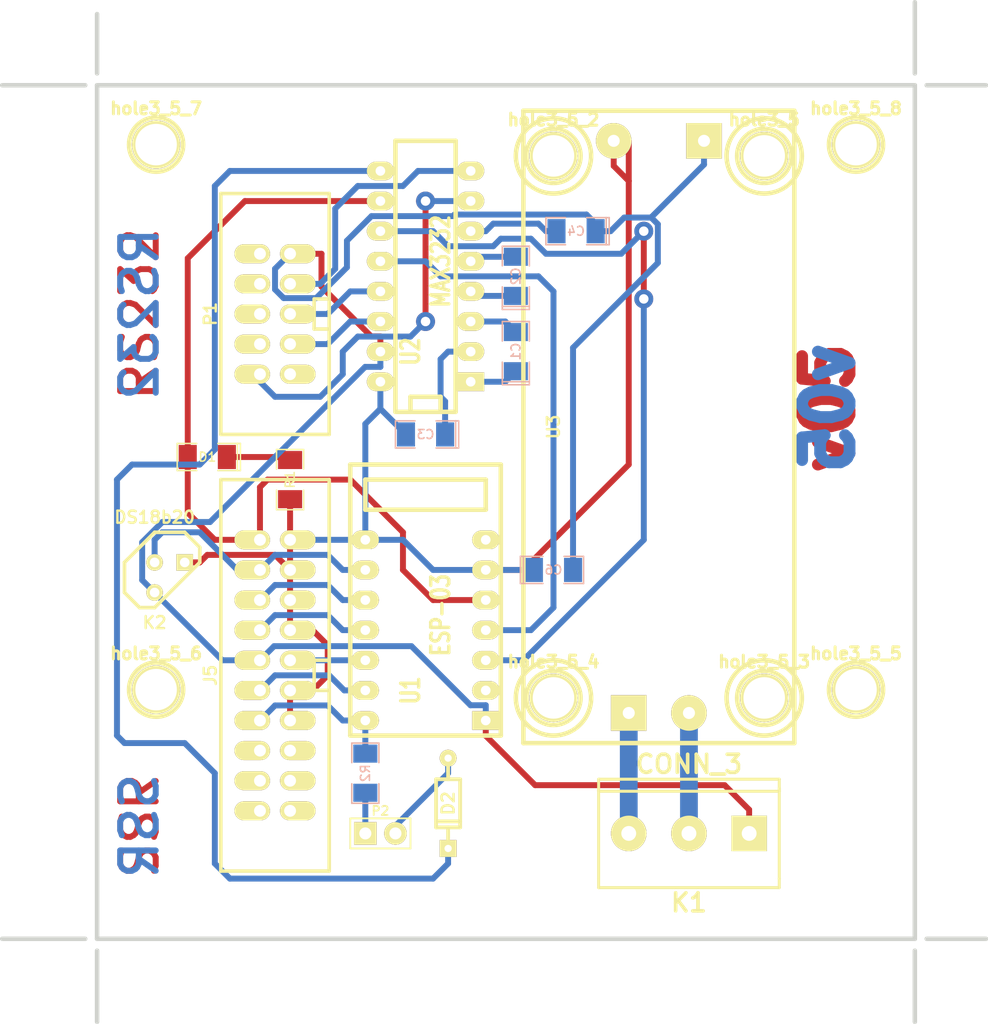
<source format=kicad_pcb>
(kicad_pcb (version 20171130) (host pcbnew "(5.1.12)-1")

  (general
    (thickness 1.6002)
    (drawings 34)
    (tracks 202)
    (zones 0)
    (modules 25)
    (nets 28)
  )

  (page A4)
  (title_block
    (title "SSR board")
    (rev 4)
  )

  (layers
    (0 Front signal)
    (31 Back signal)
    (32 B.Adhes user)
    (33 F.Adhes user hide)
    (34 B.Paste user)
    (35 F.Paste user)
    (36 B.SilkS user)
    (37 F.SilkS user)
    (38 B.Mask user)
    (39 F.Mask user)
    (40 Dwgs.User user)
    (41 Cmts.User user)
    (42 Eco1.User user)
    (43 Eco2.User user)
    (44 Edge.Cuts user)
  )

  (setup
    (last_trace_width 0.5)
    (trace_clearance 0.09906)
    (zone_clearance 0.9)
    (zone_45_only no)
    (trace_min 0.2032)
    (via_size 1.6)
    (via_drill 0.8)
    (via_min_size 0.889)
    (via_min_drill 0.508)
    (uvia_size 0.508)
    (uvia_drill 0.127)
    (uvias_allowed no)
    (uvia_min_size 0.508)
    (uvia_min_drill 0.127)
    (edge_width 0.381)
    (segment_width 0.381)
    (pcb_text_width 0.3048)
    (pcb_text_size 1.524 2.032)
    (mod_edge_width 0.381)
    (mod_text_size 1.524 1.524)
    (mod_text_width 0.3048)
    (pad_size 1.9 1.9)
    (pad_drill 1.016)
    (pad_to_mask_clearance 0.254)
    (aux_axis_origin 0 0)
    (visible_elements 7FFFFFFF)
    (pcbplotparams
      (layerselection 0x00030_ffffffff)
      (usegerberextensions false)
      (usegerberattributes true)
      (usegerberadvancedattributes true)
      (creategerberjobfile true)
      (excludeedgelayer false)
      (linewidth 0.150000)
      (plotframeref false)
      (viasonmask false)
      (mode 1)
      (useauxorigin false)
      (hpglpennumber 1)
      (hpglpenspeed 20)
      (hpglpendiameter 15.000000)
      (psnegative false)
      (psa4output false)
      (plotreference true)
      (plotvalue true)
      (plotinvisibletext false)
      (padsonsilk false)
      (subtractmaskfromsilk false)
      (outputformat 1)
      (mirror false)
      (drillshape 0)
      (scaleselection 1)
      (outputdirectory "plot/"))
  )

  (net 0 "")
  (net 1 +3.3V)
  (net 2 /BOOT)
  (net 3 /DSR)
  (net 4 /DTR)
  (net 5 /L)
  (net 6 /LED)
  (net 7 /N)
  (net 8 /RXD)
  (net 9 /SSR0)
  (net 10 /SSR1)
  (net 11 /SSR2)
  (net 12 /SSR3)
  (net 13 /SSR4)
  (net 14 /SSR5)
  (net 15 /TXD)
  (net 16 /URXD)
  (net 17 /UTXD)
  (net 18 GND)
  (net 19 N-0000026)
  (net 20 N-0000027)
  (net 21 N-0000036)
  (net 22 N-0000037)
  (net 23 N-0000038)
  (net 24 N-0000039)
  (net 25 N-000004)
  (net 26 N-0000040)
  (net 27 N-000006)

  (net_class Default "This is the default net class."
    (clearance 0.09906)
    (trace_width 0.5)
    (via_dia 1.6)
    (via_drill 0.8)
    (uvia_dia 0.508)
    (uvia_drill 0.127)
    (add_net +3.3V)
    (add_net /BOOT)
    (add_net /DSR)
    (add_net /DTR)
    (add_net /LED)
    (add_net /RXD)
    (add_net /SSR0)
    (add_net /SSR1)
    (add_net /SSR2)
    (add_net /SSR3)
    (add_net /SSR4)
    (add_net /SSR5)
    (add_net /TXD)
    (add_net /URXD)
    (add_net /UTXD)
    (add_net GND)
    (add_net N-0000026)
    (add_net N-0000027)
    (add_net N-0000036)
    (add_net N-0000037)
    (add_net N-0000038)
    (add_net N-0000039)
    (add_net N-000004)
    (add_net N-0000040)
    (add_net N-000006)
  )

  (net_class AC220V ""
    (clearance 2)
    (trace_width 1.5)
    (via_dia 1.5)
    (via_drill 0.7)
    (uvia_dia 0.508)
    (uvia_drill 0.127)
    (add_net /L)
    (add_net /N)
  )

  (net_class Power ""
    (clearance 0.09906)
    (trace_width 0.5)
    (via_dia 1.2)
    (via_drill 0.6)
    (uvia_dia 0.508)
    (uvia_drill 0.127)
  )

  (module SWITCHER_3V3_1A (layer Front) (tedit 54B50B80) (tstamp 5489A61F)
    (at 152.4 83.82 90)
    (descr "110/220V to 3.3V/1A SWITCHER")
    (tags SWITCHER)
    (path /54897A65)
    (fp_text reference U3 (at 0 -8.89 90) (layer F.SilkS)
      (effects (font (size 1.016 1.016) (thickness 0.2032)))
    )
    (fp_text value SWITCHER (at 0 8.89 90) (layer F.SilkS) hide
      (effects (font (size 1.016 1.016) (thickness 0.2032)))
    )
    (fp_line (start -26.67 11.43) (end -26.67 -11.43) (layer F.SilkS) (width 0.381))
    (fp_line (start 26.67 11.43) (end -26.67 11.43) (layer F.SilkS) (width 0.381))
    (fp_line (start 26.67 -11.43) (end 26.67 11.43) (layer F.SilkS) (width 0.381))
    (fp_line (start -26.67 -11.43) (end 26.67 -11.43) (layer F.SilkS) (width 0.381))
    (fp_circle (center -22.86 -8.89) (end -24.13 -10.16) (layer F.SilkS) (width 0.381))
    (fp_circle (center -22.86 8.89) (end -24.13 10.16) (layer F.SilkS) (width 0.381))
    (fp_circle (center 22.86 -8.89) (end 24.13 -10.16) (layer F.SilkS) (width 0.381))
    (fp_circle (center 22.86 8.89) (end 24.13 10.16) (layer F.SilkS) (width 0.381))
    (pad 1 thru_hole rect (at -24.13 -2.54 90) (size 3 3) (drill 1.016) (layers *.Cu *.Mask F.SilkS)
      (net 5 /L))
    (pad 2 thru_hole circle (at -24.13 2.54 90) (size 3 3) (drill 1.016) (layers *.Cu *.Mask F.SilkS)
      (net 7 /N))
    (pad 3 thru_hole circle (at 24.13 -3.81 90) (size 3 3) (drill 1.016) (layers *.Cu *.Mask F.SilkS)
      (net 1 +3.3V))
    (pad 4 thru_hole rect (at 24.13 3.81 90) (size 3 3) (drill 1.016) (layers *.Cu *.Mask F.SilkS)
      (net 18 GND))
  )

  (module PIN_ARRAY_2X1 (layer Front) (tedit 54B3A099) (tstamp 548981AE)
    (at 128.905 118.11)
    (descr "Connecteurs 2 pins")
    (tags "CONN DEV")
    (path /54883E70)
    (fp_text reference P2 (at 0 -1.905) (layer F.SilkS)
      (effects (font (size 0.762 0.762) (thickness 0.1524)))
    )
    (fp_text value FLASH (at 0 -1.905) (layer F.SilkS) hide
      (effects (font (size 0.762 0.762) (thickness 0.1524)))
    )
    (fp_line (start 2.54 1.27) (end -2.54 1.27) (layer F.SilkS) (width 0.1524))
    (fp_line (start 2.54 -1.27) (end 2.54 1.27) (layer F.SilkS) (width 0.1524))
    (fp_line (start -2.54 -1.27) (end 2.54 -1.27) (layer F.SilkS) (width 0.1524))
    (fp_line (start -2.54 1.27) (end -2.54 -1.27) (layer F.SilkS) (width 0.1524))
    (pad 1 thru_hole rect (at -1.27 0) (size 1.9 1.9) (drill 1.016) (layers *.Cu *.Mask F.SilkS)
      (net 27 N-000006))
    (pad 2 thru_hole circle (at 1.27 0) (size 1.9 1.9) (drill 1.016) (layers *.Cu *.Mask F.SilkS)
      (net 25 N-000004))
    (model pin_array/pins_array_2x1.wrl
      (at (xyz 0 0 0))
      (scale (xyz 1 1 1))
      (rotate (xyz 0 0 0))
    )
  )

  (module ESP03BB (layer Front) (tedit 548985C3) (tstamp 545560A6)
    (at 132.715 100.965 90)
    (descr ESP03BB)
    (tags ESP8266)
    (path /5484E80C)
    (fp_text reference U1 (at -5.08 -1.27 90) (layer F.SilkS)
      (effects (font (size 1.524 1.143) (thickness 0.3048)))
    )
    (fp_text value ESP-03 (at 1.27 1.27 90) (layer F.SilkS)
      (effects (font (size 1.524 1.143) (thickness 0.28575)))
    )
    (fp_line (start 12.7 -5.08) (end 10.16 -5.08) (layer F.SilkS) (width 0.381))
    (fp_line (start 12.7 5.08) (end 12.7 -5.08) (layer F.SilkS) (width 0.381))
    (fp_line (start 10.16 5.08) (end 12.7 5.08) (layer F.SilkS) (width 0.381))
    (fp_line (start 10.16 -5.08) (end 10.16 5.08) (layer F.SilkS) (width 0.381))
    (fp_line (start -8.89 6.35) (end -8.89 -6.35) (layer F.SilkS) (width 0.381))
    (fp_line (start 13.97 6.35) (end -8.89 6.35) (layer F.SilkS) (width 0.381))
    (fp_line (start 13.97 -6.35) (end 13.97 6.35) (layer F.SilkS) (width 0.381))
    (fp_line (start -8.89 -6.35) (end 13.97 -6.35) (layer F.SilkS) (width 0.381))
    (pad 1 thru_hole rect (at -7.62 5.08 90) (size 1.5748 2.286) (drill 0.8128) (layers *.Cu *.Mask F.SilkS)
      (net 18 GND))
    (pad 2 thru_hole oval (at -5.08 5.08 90) (size 1.5748 2.286) (drill 0.8128) (layers *.Cu *.Mask F.SilkS))
    (pad 3 thru_hole oval (at -2.54 5.08 90) (size 1.5748 2.286) (drill 0.8128) (layers *.Cu *.Mask F.SilkS)
      (net 17 /UTXD))
    (pad 4 thru_hole oval (at 0 5.08 90) (size 1.5748 2.286) (drill 0.8128) (layers *.Cu *.Mask F.SilkS)
      (net 16 /URXD))
    (pad 5 thru_hole oval (at 2.54 5.08 90) (size 1.5748 2.286) (drill 0.8128) (layers *.Cu *.Mask F.SilkS)
      (net 6 /LED))
    (pad 6 thru_hole oval (at 5.08 5.08 90) (size 1.5748 2.286) (drill 0.8128) (layers *.Cu *.Mask F.SilkS)
      (net 1 +3.3V))
    (pad 7 thru_hole oval (at 7.62 5.08 90) (size 1.5748 2.286) (drill 0.8128) (layers *.Cu *.Mask F.SilkS))
    (pad 8 thru_hole oval (at 7.62 -5.08 90) (size 1.5748 2.286) (drill 0.8128) (layers *.Cu *.Mask F.SilkS)
      (net 1 +3.3V))
    (pad 9 thru_hole oval (at 5.08 -5.08 90) (size 1.5748 2.286) (drill 0.8128) (layers *.Cu *.Mask F.SilkS)
      (net 14 /SSR5))
    (pad 10 thru_hole oval (at 2.54 -5.08 90) (size 1.5748 2.286) (drill 0.8128) (layers *.Cu *.Mask F.SilkS)
      (net 13 /SSR4))
    (pad 11 thru_hole oval (at 0 -5.08 90) (size 1.5748 2.286) (drill 0.8128) (layers *.Cu *.Mask F.SilkS)
      (net 12 /SSR3))
    (pad 12 thru_hole oval (at -2.54 -5.08 90) (size 1.5748 2.286) (drill 0.8128) (layers *.Cu *.Mask F.SilkS)
      (net 11 /SSR2))
    (pad 13 thru_hole oval (at -5.08 -5.08 90) (size 1.5748 2.286) (drill 0.8128) (layers *.Cu *.Mask F.SilkS)
      (net 10 /SSR1))
    (pad 14 thru_hole oval (at -7.62 -5.08 90) (size 1.5748 2.286) (drill 0.8128) (layers *.Cu *.Mask F.SilkS)
      (net 9 /SSR0))
  )

  (module conn_strip_10x2_largepads (layer Front) (tedit 5012A150) (tstamp 52500A47)
    (at 120.015 104.775 90)
    (descr "connector strip 10x2pin large pads")
    (tags "CONN DEV")
    (path /5250087C)
    (fp_text reference J5 (at 0 -5.461 90) (layer F.SilkS)
      (effects (font (size 1.016 1.016) (thickness 0.2032)))
    )
    (fp_text value CONN_10X2 (at 0 5.461 90) (layer F.SilkS) hide
      (effects (font (size 1.016 0.889) (thickness 0.2032)))
    )
    (fp_line (start -1.27 3.302) (end -1.27 4.572) (layer F.SilkS) (width 0.29972))
    (fp_line (start 1.27 3.302) (end -1.27 3.302) (layer F.SilkS) (width 0.29972))
    (fp_line (start 1.27 4.572) (end 1.27 3.302) (layer F.SilkS) (width 0.29972))
    (fp_line (start 16.51 -4.572) (end 16.51 4.572) (layer F.SilkS) (width 0.29972))
    (fp_line (start -16.51 -4.572) (end -16.51 4.572) (layer F.SilkS) (width 0.29972))
    (fp_line (start -16.51 -4.572) (end 16.51 -4.572) (layer F.SilkS) (width 0.3048))
    (fp_line (start 16.51 4.572) (end -16.51 4.572) (layer F.SilkS) (width 0.3048))
    (pad 1 thru_hole oval (at -11.43 1.27 90) (size 1.6002 2.99974) (drill 1.00076 (offset 0 0.65024)) (layers *.Cu *.Mask F.SilkS))
    (pad 2 thru_hole oval (at -11.43 -1.27 90) (size 1.6002 2.99974) (drill 1.00076 (offset 0 -0.65024)) (layers *.Cu *.Mask F.SilkS))
    (pad 3 thru_hole oval (at -8.89 1.27 90) (size 1.6002 2.99974) (drill 1.00076 (offset 0 0.65024)) (layers *.Cu *.Mask F.SilkS))
    (pad 4 thru_hole oval (at -8.89 -1.27 90) (size 1.6002 2.99974) (drill 1.00076 (offset 0 -0.65024)) (layers *.Cu *.Mask F.SilkS))
    (pad 5 thru_hole oval (at -6.35 1.27 90) (size 1.6002 2.99974) (drill 1.00076 (offset 0 0.65024)) (layers *.Cu *.Mask F.SilkS))
    (pad 6 thru_hole oval (at -6.35 -1.27 90) (size 1.6002 2.99974) (drill 1.00076 (offset 0 -0.65024)) (layers *.Cu *.Mask F.SilkS))
    (pad 7 thru_hole oval (at -3.81 1.27 90) (size 1.6002 2.99974) (drill 1.00076 (offset 0 0.65024)) (layers *.Cu *.Mask F.SilkS)
      (net 1 +3.3V))
    (pad 8 thru_hole oval (at -3.81 -1.27 90) (size 1.6002 2.99974) (drill 1.00076 (offset 0 -0.65024)) (layers *.Cu *.Mask F.SilkS)
      (net 9 /SSR0))
    (pad 9 thru_hole oval (at -1.27 1.27 90) (size 1.6002 2.99974) (drill 1.00076 (offset 0 0.65024)) (layers *.Cu *.Mask F.SilkS)
      (net 1 +3.3V))
    (pad 10 thru_hole oval (at -1.27 -1.27 90) (size 1.6002 2.99974) (drill 1.00076 (offset 0 -0.65024)) (layers *.Cu *.Mask F.SilkS)
      (net 10 /SSR1))
    (pad 11 thru_hole oval (at 1.27 1.27 90) (size 1.6002 2.99974) (drill 1.00076 (offset 0 0.65024)) (layers *.Cu *.Mask F.SilkS)
      (net 11 /SSR2))
    (pad 12 thru_hole oval (at 1.27 -1.27 90) (size 1.6002 2.99974) (drill 1.00076 (offset 0 -0.65024)) (layers *.Cu *.Mask F.SilkS)
      (net 18 GND))
    (pad 13 thru_hole oval (at 3.81 1.27 90) (size 1.6002 2.99974) (drill 1.00076 (offset 0 0.65024)) (layers *.Cu *.Mask F.SilkS)
      (net 1 +3.3V))
    (pad 14 thru_hole oval (at 3.81 -1.27 90) (size 1.6002 2.99974) (drill 1.00076 (offset 0 -0.65024)) (layers *.Cu *.Mask F.SilkS)
      (net 12 /SSR3))
    (pad 15 thru_hole oval (at 6.35 1.27 90) (size 1.6002 2.99974) (drill 1.00076 (offset 0 0.65024)) (layers *.Cu *.Mask F.SilkS)
      (net 1 +3.3V))
    (pad 16 thru_hole oval (at 6.35 -1.27 90) (size 1.6002 2.99974) (drill 1.00076 (offset 0 -0.65024)) (layers *.Cu *.Mask F.SilkS)
      (net 13 /SSR4))
    (pad 17 thru_hole oval (at 8.89 1.27 90) (size 1.6002 2.99974) (drill 1.00076 (offset 0 0.65024)) (layers *.Cu *.Mask F.SilkS)
      (net 1 +3.3V))
    (pad 18 thru_hole oval (at 8.89 -1.27 90) (size 1.6002 2.99974) (drill 1.00076 (offset 0 -0.65024)) (layers *.Cu *.Mask F.SilkS)
      (net 14 /SSR5))
    (pad 19 thru_hole oval (at 11.43 1.27 90) (size 1.6002 2.99974) (drill 1.00076 (offset 0 0.65024)) (layers *.Cu *.Mask F.SilkS)
      (net 1 +3.3V))
    (pad 20 thru_hole oval (at 11.43 -1.27 90) (size 1.6002 2.99974) (drill 1.00076 (offset 0 -0.65024)) (layers *.Cu *.Mask F.SilkS)
      (net 6 /LED))
    (model walter/conn_strip/vasch_strip_10x2.wrl
      (at (xyz 0 0 0))
      (scale (xyz 1 1 1))
      (rotate (xyz 0 0 0))
    )
  )

  (module SM1206 (layer Front) (tedit 4) (tstamp 5255C3D4)
    (at 121.285 88.265 270)
    (path /54550AC9)
    (attr smd)
    (fp_text reference R1 (at 0 0 270) (layer F.SilkS)
      (effects (font (size 0.762 0.762) (thickness 0.127)))
    )
    (fp_text value 390 (at 0 0 270) (layer F.SilkS) hide
      (effects (font (size 0.762 0.762) (thickness 0.127)))
    )
    (fp_line (start -0.889 -1.143) (end -2.54 -1.143) (layer F.SilkS) (width 0.127))
    (fp_line (start 2.54 1.143) (end 0.889 1.143) (layer F.SilkS) (width 0.127))
    (fp_line (start 2.54 -1.143) (end 2.54 1.143) (layer F.SilkS) (width 0.127))
    (fp_line (start 0.889 -1.143) (end 2.54 -1.143) (layer F.SilkS) (width 0.127))
    (fp_line (start -2.54 1.143) (end -0.889 1.143) (layer F.SilkS) (width 0.127))
    (fp_line (start -2.54 -1.143) (end -2.54 1.143) (layer F.SilkS) (width 0.127))
    (pad 1 smd rect (at -1.651 0 270) (size 1.524 2.032) (layers Front F.Paste F.Mask)
      (net 19 N-0000026))
    (pad 2 smd rect (at 1.651 0 270) (size 1.524 2.032) (layers Front F.Paste F.Mask)
      (net 1 +3.3V))
    (model smd/chip_cms.wrl
      (at (xyz 0 0 0))
      (scale (xyz 0.17 0.16 0.16))
      (rotate (xyz 0 0 0))
    )
  )

  (module SM1206POL (layer Front) (tedit 42806E4C) (tstamp 545560B5)
    (at 114.3 86.36 180)
    (path /54550AD0)
    (attr smd)
    (fp_text reference D1 (at 0 0 180) (layer F.SilkS)
      (effects (font (size 0.762 0.762) (thickness 0.127)))
    )
    (fp_text value LED_RED (at 0 0 180) (layer F.SilkS) hide
      (effects (font (size 0.762 0.762) (thickness 0.127)))
    )
    (fp_line (start -0.889 -1.143) (end -2.54 -1.143) (layer F.SilkS) (width 0.127))
    (fp_line (start 2.54 1.143) (end 0.889 1.143) (layer F.SilkS) (width 0.127))
    (fp_line (start 2.54 -1.143) (end 2.54 1.143) (layer F.SilkS) (width 0.127))
    (fp_line (start 0.889 -1.143) (end 2.54 -1.143) (layer F.SilkS) (width 0.127))
    (fp_line (start -2.54 1.143) (end -0.889 1.143) (layer F.SilkS) (width 0.127))
    (fp_line (start -2.54 -1.143) (end -2.54 1.143) (layer F.SilkS) (width 0.127))
    (fp_line (start -2.794 1.143) (end -2.54 1.143) (layer F.SilkS) (width 0.127))
    (fp_line (start -2.794 -1.143) (end -2.794 1.143) (layer F.SilkS) (width 0.127))
    (fp_line (start -2.54 -1.143) (end -2.794 -1.143) (layer F.SilkS) (width 0.127))
    (pad 1 smd rect (at -1.651 0 180) (size 1.524 2.032) (layers Front F.Paste F.Mask)
      (net 19 N-0000026))
    (pad 2 smd rect (at 1.651 0 180) (size 1.524 2.032) (layers Front F.Paste F.Mask)
      (net 6 /LED))
    (model smd/chip_cms_pol.wrl
      (at (xyz 0 0 0))
      (scale (xyz 0.17 0.16 0.16))
      (rotate (xyz 0 0 0))
    )
  )

  (module SM1206POL (layer Back) (tedit 42806E4C) (tstamp 545560C4)
    (at 140.335 77.47 90)
    (path /54557CC4)
    (attr smd)
    (fp_text reference C1 (at 0 0 90) (layer B.SilkS)
      (effects (font (size 0.762 0.762) (thickness 0.127)) (justify mirror))
    )
    (fp_text value 1uF (at 0 0 90) (layer B.SilkS) hide
      (effects (font (size 0.762 0.762) (thickness 0.127)) (justify mirror))
    )
    (fp_line (start -0.889 1.143) (end -2.54 1.143) (layer B.SilkS) (width 0.127))
    (fp_line (start 2.54 -1.143) (end 0.889 -1.143) (layer B.SilkS) (width 0.127))
    (fp_line (start 2.54 1.143) (end 2.54 -1.143) (layer B.SilkS) (width 0.127))
    (fp_line (start 0.889 1.143) (end 2.54 1.143) (layer B.SilkS) (width 0.127))
    (fp_line (start -2.54 -1.143) (end -0.889 -1.143) (layer B.SilkS) (width 0.127))
    (fp_line (start -2.54 1.143) (end -2.54 -1.143) (layer B.SilkS) (width 0.127))
    (fp_line (start -2.794 -1.143) (end -2.54 -1.143) (layer B.SilkS) (width 0.127))
    (fp_line (start -2.794 1.143) (end -2.794 -1.143) (layer B.SilkS) (width 0.127))
    (fp_line (start -2.54 1.143) (end -2.794 1.143) (layer B.SilkS) (width 0.127))
    (pad 1 smd rect (at -1.651 0 90) (size 1.524 2.032) (layers Back B.Paste B.Mask)
      (net 24 N-0000039))
    (pad 2 smd rect (at 1.651 0 90) (size 1.524 2.032) (layers Back B.Paste B.Mask)
      (net 26 N-0000040))
    (model smd/chip_cms_pol.wrl
      (at (xyz 0 0 0))
      (scale (xyz 0.17 0.16 0.16))
      (rotate (xyz 0 0 0))
    )
  )

  (module SM1206POL (layer Back) (tedit 42806E4C) (tstamp 545560D3)
    (at 140.335 71.12 90)
    (path /54557CD3)
    (attr smd)
    (fp_text reference C2 (at 0 0 90) (layer B.SilkS)
      (effects (font (size 0.762 0.762) (thickness 0.127)) (justify mirror))
    )
    (fp_text value 1uF (at 0 0 90) (layer B.SilkS) hide
      (effects (font (size 0.762 0.762) (thickness 0.127)) (justify mirror))
    )
    (fp_line (start -0.889 1.143) (end -2.54 1.143) (layer B.SilkS) (width 0.127))
    (fp_line (start 2.54 -1.143) (end 0.889 -1.143) (layer B.SilkS) (width 0.127))
    (fp_line (start 2.54 1.143) (end 2.54 -1.143) (layer B.SilkS) (width 0.127))
    (fp_line (start 0.889 1.143) (end 2.54 1.143) (layer B.SilkS) (width 0.127))
    (fp_line (start -2.54 -1.143) (end -0.889 -1.143) (layer B.SilkS) (width 0.127))
    (fp_line (start -2.54 1.143) (end -2.54 -1.143) (layer B.SilkS) (width 0.127))
    (fp_line (start -2.794 -1.143) (end -2.54 -1.143) (layer B.SilkS) (width 0.127))
    (fp_line (start -2.794 1.143) (end -2.794 -1.143) (layer B.SilkS) (width 0.127))
    (fp_line (start -2.54 1.143) (end -2.794 1.143) (layer B.SilkS) (width 0.127))
    (pad 1 smd rect (at -1.651 0 90) (size 1.524 2.032) (layers Back B.Paste B.Mask)
      (net 20 N-0000027))
    (pad 2 smd rect (at 1.651 0 90) (size 1.524 2.032) (layers Back B.Paste B.Mask)
      (net 21 N-0000036))
    (model smd/chip_cms_pol.wrl
      (at (xyz 0 0 0))
      (scale (xyz 0.17 0.16 0.16))
      (rotate (xyz 0 0 0))
    )
  )

  (module SM1206POL (layer Back) (tedit 42806E4C) (tstamp 54556000)
    (at 132.715 84.455 180)
    (path /54557ECF)
    (attr smd)
    (fp_text reference C3 (at 0 0 180) (layer B.SilkS)
      (effects (font (size 0.762 0.762) (thickness 0.127)) (justify mirror))
    )
    (fp_text value 1uF (at 0 0 180) (layer B.SilkS) hide
      (effects (font (size 0.762 0.762) (thickness 0.127)) (justify mirror))
    )
    (fp_line (start -0.889 1.143) (end -2.54 1.143) (layer B.SilkS) (width 0.127))
    (fp_line (start 2.54 -1.143) (end 0.889 -1.143) (layer B.SilkS) (width 0.127))
    (fp_line (start 2.54 1.143) (end 2.54 -1.143) (layer B.SilkS) (width 0.127))
    (fp_line (start 0.889 1.143) (end 2.54 1.143) (layer B.SilkS) (width 0.127))
    (fp_line (start -2.54 -1.143) (end -0.889 -1.143) (layer B.SilkS) (width 0.127))
    (fp_line (start -2.54 1.143) (end -2.54 -1.143) (layer B.SilkS) (width 0.127))
    (fp_line (start -2.794 -1.143) (end -2.54 -1.143) (layer B.SilkS) (width 0.127))
    (fp_line (start -2.794 1.143) (end -2.794 -1.143) (layer B.SilkS) (width 0.127))
    (fp_line (start -2.54 1.143) (end -2.794 1.143) (layer B.SilkS) (width 0.127))
    (pad 1 smd rect (at -1.651 0 180) (size 1.524 2.032) (layers Back B.Paste B.Mask)
      (net 22 N-0000037))
    (pad 2 smd rect (at 1.651 0 180) (size 1.524 2.032) (layers Back B.Paste B.Mask)
      (net 1 +3.3V))
    (model smd/chip_cms_pol.wrl
      (at (xyz 0 0 0))
      (scale (xyz 0.17 0.16 0.16))
      (rotate (xyz 0 0 0))
    )
  )

  (module SM1206POL (layer Back) (tedit 42806E4C) (tstamp 54B56A4D)
    (at 145.415 67.31 180)
    (path /54557EE8)
    (attr smd)
    (fp_text reference C4 (at 0 0 180) (layer B.SilkS)
      (effects (font (size 0.762 0.762) (thickness 0.127)) (justify mirror))
    )
    (fp_text value 1uF (at 0 0 180) (layer B.SilkS) hide
      (effects (font (size 0.762 0.762) (thickness 0.127)) (justify mirror))
    )
    (fp_line (start -0.889 1.143) (end -2.54 1.143) (layer B.SilkS) (width 0.127))
    (fp_line (start 2.54 -1.143) (end 0.889 -1.143) (layer B.SilkS) (width 0.127))
    (fp_line (start 2.54 1.143) (end 2.54 -1.143) (layer B.SilkS) (width 0.127))
    (fp_line (start 0.889 1.143) (end 2.54 1.143) (layer B.SilkS) (width 0.127))
    (fp_line (start -2.54 -1.143) (end -0.889 -1.143) (layer B.SilkS) (width 0.127))
    (fp_line (start -2.54 1.143) (end -2.54 -1.143) (layer B.SilkS) (width 0.127))
    (fp_line (start -2.794 -1.143) (end -2.54 -1.143) (layer B.SilkS) (width 0.127))
    (fp_line (start -2.794 1.143) (end -2.794 -1.143) (layer B.SilkS) (width 0.127))
    (fp_line (start -2.54 1.143) (end -2.794 1.143) (layer B.SilkS) (width 0.127))
    (pad 1 smd rect (at -1.651 0 180) (size 1.524 2.032) (layers Back B.Paste B.Mask)
      (net 18 GND))
    (pad 2 smd rect (at 1.651 0 180) (size 1.524 2.032) (layers Back B.Paste B.Mask)
      (net 23 N-0000038))
    (model smd/chip_cms_pol.wrl
      (at (xyz 0 0 0))
      (scale (xyz 0.17 0.16 0.16))
      (rotate (xyz 0 0 0))
    )
  )

  (module SM1206POL (layer Back) (tedit 42806E4C) (tstamp 5455610F)
    (at 143.51 95.885)
    (path /5455F63C)
    (attr smd)
    (fp_text reference C6 (at 0 0) (layer B.SilkS)
      (effects (font (size 0.762 0.762) (thickness 0.127)) (justify mirror))
    )
    (fp_text value 1uF (at 0 0) (layer B.SilkS) hide
      (effects (font (size 0.762 0.762) (thickness 0.127)) (justify mirror))
    )
    (fp_line (start -0.889 1.143) (end -2.54 1.143) (layer B.SilkS) (width 0.127))
    (fp_line (start 2.54 -1.143) (end 0.889 -1.143) (layer B.SilkS) (width 0.127))
    (fp_line (start 2.54 1.143) (end 2.54 -1.143) (layer B.SilkS) (width 0.127))
    (fp_line (start 0.889 1.143) (end 2.54 1.143) (layer B.SilkS) (width 0.127))
    (fp_line (start -2.54 -1.143) (end -0.889 -1.143) (layer B.SilkS) (width 0.127))
    (fp_line (start -2.54 1.143) (end -2.54 -1.143) (layer B.SilkS) (width 0.127))
    (fp_line (start -2.794 -1.143) (end -2.54 -1.143) (layer B.SilkS) (width 0.127))
    (fp_line (start -2.794 1.143) (end -2.794 -1.143) (layer B.SilkS) (width 0.127))
    (fp_line (start -2.54 1.143) (end -2.794 1.143) (layer B.SilkS) (width 0.127))
    (pad 1 smd rect (at -1.651 0) (size 1.524 2.032) (layers Back B.Paste B.Mask)
      (net 1 +3.3V))
    (pad 2 smd rect (at 1.651 0) (size 1.524 2.032) (layers Back B.Paste B.Mask)
      (net 18 GND))
    (model smd/chip_cms_pol.wrl
      (at (xyz 0 0 0))
      (scale (xyz 0.17 0.16 0.16))
      (rotate (xyz 0 0 0))
    )
  )

  (module SM1206 (layer Back) (tedit 4) (tstamp 5455611B)
    (at 127.635 113.03 270)
    (path /548842C2)
    (attr smd)
    (fp_text reference R2 (at 0 0 270) (layer B.SilkS)
      (effects (font (size 0.762 0.762) (thickness 0.127)) (justify mirror))
    )
    (fp_text value 47 (at 0 0 270) (layer B.SilkS) hide
      (effects (font (size 0.762 0.762) (thickness 0.127)) (justify mirror))
    )
    (fp_line (start -0.889 1.143) (end -2.54 1.143) (layer B.SilkS) (width 0.127))
    (fp_line (start 2.54 -1.143) (end 0.889 -1.143) (layer B.SilkS) (width 0.127))
    (fp_line (start 2.54 1.143) (end 2.54 -1.143) (layer B.SilkS) (width 0.127))
    (fp_line (start 0.889 1.143) (end 2.54 1.143) (layer B.SilkS) (width 0.127))
    (fp_line (start -2.54 -1.143) (end -0.889 -1.143) (layer B.SilkS) (width 0.127))
    (fp_line (start -2.54 1.143) (end -2.54 -1.143) (layer B.SilkS) (width 0.127))
    (pad 1 smd rect (at -1.651 0 270) (size 1.524 2.032) (layers Back B.Paste B.Mask)
      (net 9 /SSR0))
    (pad 2 smd rect (at 1.651 0 270) (size 1.524 2.032) (layers Back B.Paste B.Mask)
      (net 27 N-000006))
    (model smd/chip_cms.wrl
      (at (xyz 0 0 0))
      (scale (xyz 0.17 0.16 0.16))
      (rotate (xyz 0 0 0))
    )
  )

  (module DIP-16__300_ELL (layer Front) (tedit 200000) (tstamp 54556194)
    (at 132.715 71.12 90)
    (descr "16 pins DIL package, elliptical pads")
    (tags DIL)
    (path /545553F2)
    (fp_text reference U2 (at -6.35 -1.27 90) (layer F.SilkS)
      (effects (font (size 1.524 1.143) (thickness 0.3048)))
    )
    (fp_text value MAX3232 (at 1.27 1.27 90) (layer F.SilkS)
      (effects (font (size 1.524 1.143) (thickness 0.3048)))
    )
    (fp_line (start -11.43 2.54) (end -11.43 -2.54) (layer F.SilkS) (width 0.381))
    (fp_line (start 11.43 2.54) (end -11.43 2.54) (layer F.SilkS) (width 0.381))
    (fp_line (start 11.43 -2.54) (end 11.43 2.54) (layer F.SilkS) (width 0.381))
    (fp_line (start -11.43 -2.54) (end 11.43 -2.54) (layer F.SilkS) (width 0.381))
    (fp_line (start -10.16 1.27) (end -11.43 1.27) (layer F.SilkS) (width 0.381))
    (fp_line (start -10.16 -1.27) (end -10.16 1.27) (layer F.SilkS) (width 0.381))
    (fp_line (start -11.43 -1.27) (end -10.16 -1.27) (layer F.SilkS) (width 0.381))
    (fp_line (start -11.43 -1.27) (end -11.43 -1.27) (layer F.SilkS) (width 0.381))
    (pad 1 thru_hole rect (at -8.89 3.81 90) (size 1.5748 2.286) (drill 0.8128) (layers *.Cu *.Mask F.SilkS)
      (net 24 N-0000039))
    (pad 2 thru_hole oval (at -6.35 3.81 90) (size 1.5748 2.286) (drill 0.8128) (layers *.Cu *.Mask F.SilkS)
      (net 22 N-0000037))
    (pad 3 thru_hole oval (at -3.81 3.81 90) (size 1.5748 2.286) (drill 0.8128) (layers *.Cu *.Mask F.SilkS)
      (net 26 N-0000040))
    (pad 4 thru_hole oval (at -1.27 3.81 90) (size 1.5748 2.286) (drill 0.8128) (layers *.Cu *.Mask F.SilkS)
      (net 20 N-0000027))
    (pad 5 thru_hole oval (at 1.27 3.81 90) (size 1.5748 2.286) (drill 0.8128) (layers *.Cu *.Mask F.SilkS)
      (net 21 N-0000036))
    (pad 6 thru_hole oval (at 3.81 3.81 90) (size 1.5748 2.286) (drill 0.8128) (layers *.Cu *.Mask F.SilkS)
      (net 23 N-0000038))
    (pad 7 thru_hole oval (at 6.35 3.81 90) (size 1.5748 2.286) (drill 0.8128) (layers *.Cu *.Mask F.SilkS)
      (net 3 /DSR))
    (pad 8 thru_hole oval (at 8.89 3.81 90) (size 1.5748 2.286) (drill 0.8128) (layers *.Cu *.Mask F.SilkS)
      (net 4 /DTR))
    (pad 9 thru_hole oval (at 8.89 -3.81 90) (size 1.5748 2.286) (drill 0.8128) (layers *.Cu *.Mask F.SilkS)
      (net 2 /BOOT))
    (pad 10 thru_hole oval (at 6.35 -3.81 90) (size 1.5748 2.286) (drill 0.8128) (layers *.Cu *.Mask F.SilkS)
      (net 6 /LED))
    (pad 11 thru_hole oval (at 3.81 -3.81 90) (size 1.5748 2.286) (drill 0.8128) (layers *.Cu *.Mask F.SilkS)
      (net 17 /UTXD))
    (pad 12 thru_hole oval (at 1.27 -3.81 90) (size 1.5748 2.286) (drill 0.8128) (layers *.Cu *.Mask F.SilkS)
      (net 16 /URXD))
    (pad 13 thru_hole oval (at -1.27 -3.81 90) (size 1.5748 2.286) (drill 0.8128) (layers *.Cu *.Mask F.SilkS)
      (net 15 /TXD))
    (pad 14 thru_hole oval (at -3.81 -3.81 90) (size 1.5748 2.286) (drill 0.8128) (layers *.Cu *.Mask F.SilkS)
      (net 8 /RXD))
    (pad 15 thru_hole oval (at -6.35 -3.81 90) (size 1.5748 2.286) (drill 0.8128) (layers *.Cu *.Mask F.SilkS)
      (net 18 GND))
    (pad 16 thru_hole oval (at -8.89 -3.81 90) (size 1.5748 2.286) (drill 0.8128) (layers *.Cu *.Mask F.SilkS)
      (net 1 +3.3V))
    (model dil/dil_16.wrl
      (at (xyz 0 0 0))
      (scale (xyz 1 1 1))
      (rotate (xyz 0 0 0))
    )
  )

  (module DO-35 (layer Front) (tedit 4C5F69DC) (tstamp 548981BB)
    (at 134.62 115.57 270)
    (descr "Diode 3 pas")
    (tags "DIODE DEV")
    (path /5484FED6)
    (fp_text reference D2 (at 0 0 270) (layer F.SilkS)
      (effects (font (size 1.016 1.016) (thickness 0.2032)))
    )
    (fp_text value DIODESCH (at 0 0 270) (layer F.SilkS) hide
      (effects (font (size 1.016 1.016) (thickness 0.2032)))
    )
    (fp_line (start 2.032 -1.016) (end -2.032 -1.016) (layer F.SilkS) (width 0.3175))
    (fp_line (start 2.032 1.016) (end 2.032 -1.016) (layer F.SilkS) (width 0.3175))
    (fp_line (start -2.032 1.016) (end 2.032 1.016) (layer F.SilkS) (width 0.3175))
    (fp_line (start -2.032 -1.016) (end -2.032 1.016) (layer F.SilkS) (width 0.3175))
    (fp_line (start 1.524 -1.016) (end 1.524 1.016) (layer F.SilkS) (width 0.3175))
    (fp_line (start -2.032 0) (end -3.81 0) (layer F.SilkS) (width 0.3175))
    (fp_line (start 2.032 0) (end 3.81 0) (layer F.SilkS) (width 0.3175))
    (pad 2 thru_hole rect (at 3.81 0 270) (size 1.4224 1.4224) (drill 0.6096) (layers *.Cu *.Mask F.SilkS)
      (net 2 /BOOT))
    (pad 1 thru_hole circle (at -3.81 0 270) (size 1.4224 1.4224) (drill 0.6096) (layers *.Cu *.Mask F.SilkS)
      (net 25 N-000004))
    (model discret/diode.wrl
      (at (xyz 0 0 0))
      (scale (xyz 0.3 0.3 0.3))
      (rotate (xyz 0 0 0))
    )
  )

  (module conn_strip_5x2_largepads (layer Front) (tedit 5012A01F) (tstamp 545568AF)
    (at 120.015 74.295 90)
    (descr "connector strip 5x2pin large pads")
    (tags "CONN DEV")
    (path /54884EC2)
    (fp_text reference P1 (at 0 -5.461 90) (layer F.SilkS)
      (effects (font (size 1.016 1.016) (thickness 0.2032)))
    )
    (fp_text value CONN_5X2 (at 0 5.461 90) (layer F.SilkS) hide
      (effects (font (size 1.016 0.889) (thickness 0.2032)))
    )
    (fp_line (start -1.27 3.302) (end -1.27 4.572) (layer F.SilkS) (width 0.29972))
    (fp_line (start 1.27 3.302) (end -1.27 3.302) (layer F.SilkS) (width 0.29972))
    (fp_line (start 1.27 4.572) (end 1.27 3.302) (layer F.SilkS) (width 0.29972))
    (fp_line (start -10.16 4.572) (end 10.16 4.572) (layer F.SilkS) (width 0.29972))
    (fp_line (start 10.16 -4.572) (end 10.16 4.572) (layer F.SilkS) (width 0.29972))
    (fp_line (start 10.16 -4.572) (end -10.16 -4.572) (layer F.SilkS) (width 0.29972))
    (fp_line (start -10.16 -4.572) (end -10.16 4.572) (layer F.SilkS) (width 0.29972))
    (pad 1 thru_hole oval (at -5.08 1.27 90) (size 1.6002 2.99974) (drill 1.00076 (offset 0 0.65024)) (layers *.Cu *.Mask F.SilkS))
    (pad 2 thru_hole oval (at -5.08 -1.27 90) (size 1.6002 2.99974) (drill 1.00076 (offset 0 -0.65024)) (layers *.Cu *.Mask F.SilkS)
      (net 3 /DSR))
    (pad 3 thru_hole oval (at -2.54 1.27 90) (size 1.6002 2.99974) (drill 1.00076 (offset 0 0.65024)) (layers *.Cu *.Mask F.SilkS)
      (net 8 /RXD))
    (pad 4 thru_hole oval (at -2.54 -1.27 90) (size 1.6002 2.99974) (drill 1.00076 (offset 0 -0.65024)) (layers *.Cu *.Mask F.SilkS))
    (pad 5 thru_hole oval (at 0 1.27 90) (size 1.6002 2.99974) (drill 1.00076 (offset 0 0.65024)) (layers *.Cu *.Mask F.SilkS)
      (net 15 /TXD))
    (pad 6 thru_hole oval (at 0 -1.27 90) (size 1.6002 2.99974) (drill 1.00076 (offset 0 -0.65024)) (layers *.Cu *.Mask F.SilkS))
    (pad 7 thru_hole oval (at 2.54 1.27 90) (size 1.6002 2.99974) (drill 1.00076 (offset 0 0.65024)) (layers *.Cu *.Mask F.SilkS)
      (net 4 /DTR))
    (pad 8 thru_hole oval (at 2.54 -1.27 90) (size 1.6002 2.99974) (drill 1.00076 (offset 0 -0.65024)) (layers *.Cu *.Mask F.SilkS))
    (pad 9 thru_hole oval (at 5.08 1.27 90) (size 1.6002 2.99974) (drill 1.00076 (offset 0 0.65024)) (layers *.Cu *.Mask F.SilkS)
      (net 18 GND))
    (pad 10 thru_hole oval (at 5.08 -1.27 90) (size 1.6002 2.99974) (drill 1.00076 (offset 0 -0.65024)) (layers *.Cu *.Mask F.SilkS))
    (model walter/conn_strip/vasch_strip_5x2.wrl
      (at (xyz 0 0 0))
      (scale (xyz 1 1 1))
      (rotate (xyz 0 0 0))
    )
  )

  (module hole3_5 (layer Front) (tedit 52565D5C) (tstamp 5489AB88)
    (at 169.037 60.0075)
    (descr hole)
    (tags DEV)
    (path 1pin)
    (fp_text reference hole3_5_8 (at 0 -3.048) (layer F.SilkS)
      (effects (font (size 1.016 1.016) (thickness 0.254)))
    )
    (fp_text value 3.5mm (at 0 2.794) (layer F.SilkS) hide
      (effects (font (size 1.016 1.016) (thickness 0.254)))
    )
    (fp_circle (center 0 0) (end 0 -2.286) (layer F.SilkS) (width 0.381))
    (pad 1 thru_hole circle (at 0 0) (size 4.064 4.064) (drill 3.50012) (layers *.Cu *.Mask F.SilkS))
  )

  (module hole3_5 (layer Front) (tedit 52565D5C) (tstamp 5489ABE3)
    (at 109.982 60.0075)
    (descr hole)
    (tags DEV)
    (path 1pin)
    (fp_text reference hole3_5_7 (at 0 -3.048) (layer F.SilkS)
      (effects (font (size 1.016 1.016) (thickness 0.254)))
    )
    (fp_text value 3.5mm (at 0 2.794) (layer F.SilkS) hide
      (effects (font (size 1.016 1.016) (thickness 0.254)))
    )
    (fp_circle (center 0 0) (end 0 -2.286) (layer F.SilkS) (width 0.381))
    (pad 1 thru_hole circle (at 0 0) (size 4.064 4.064) (drill 3.50012) (layers *.Cu *.Mask F.SilkS))
  )

  (module hole3_5 (layer Front) (tedit 52565D5C) (tstamp 5489ABEE)
    (at 109.982 105.982)
    (descr hole)
    (tags DEV)
    (path 1pin)
    (fp_text reference hole3_5_6 (at 0 -3.048) (layer F.SilkS)
      (effects (font (size 1.016 1.016) (thickness 0.254)))
    )
    (fp_text value 3.5mm (at 0 2.794) (layer F.SilkS) hide
      (effects (font (size 1.016 1.016) (thickness 0.254)))
    )
    (fp_circle (center 0 0) (end 0 -2.286) (layer F.SilkS) (width 0.381))
    (pad 1 thru_hole circle (at 0 0) (size 4.064 4.064) (drill 3.50012) (layers *.Cu *.Mask F.SilkS))
  )

  (module hole3_5 (layer Front) (tedit 52565D5C) (tstamp 5489ABFB)
    (at 169.037 105.982)
    (descr hole)
    (tags DEV)
    (path 1pin)
    (fp_text reference hole3_5_5 (at 0 -3.048) (layer F.SilkS)
      (effects (font (size 1.016 1.016) (thickness 0.254)))
    )
    (fp_text value 3.5mm (at 0 2.794) (layer F.SilkS) hide
      (effects (font (size 1.016 1.016) (thickness 0.254)))
    )
    (fp_circle (center 0 0) (end 0 -2.286) (layer F.SilkS) (width 0.381))
    (pad 1 thru_hole circle (at 0 0) (size 4.064 4.064) (drill 3.50012) (layers *.Cu *.Mask F.SilkS))
  )

  (module mors_3p (layer Front) (tedit 4B90D9A1) (tstamp 548ECA8A)
    (at 154.94 118.11 180)
    (descr "Terminal block 3 pins")
    (tags DEV)
    (path /548EC9B5)
    (fp_text reference K1 (at 0 -5.842 180) (layer F.SilkS)
      (effects (font (size 1.524 1.524) (thickness 0.3048)))
    )
    (fp_text value CONN_3 (at 0 5.842 180) (layer F.SilkS)
      (effects (font (size 1.524 1.524) (thickness 0.3048)))
    )
    (fp_line (start 7.62 3.81) (end 7.62 -3.81) (layer F.SilkS) (width 0.254))
    (fp_line (start -7.62 3.81) (end -7.62 -3.81) (layer F.SilkS) (width 0.254))
    (fp_line (start 7.62 -4.572) (end 7.62 -3.81) (layer F.SilkS) (width 0.254))
    (fp_line (start -7.62 -4.572) (end 7.62 -4.572) (layer F.SilkS) (width 0.254))
    (fp_line (start -7.62 -4.572) (end -7.62 -3.81) (layer F.SilkS) (width 0.254))
    (fp_line (start 7.62 4.572) (end -7.62 4.572) (layer F.SilkS) (width 0.254))
    (fp_line (start 7.62 3.556) (end 7.62 4.572) (layer F.SilkS) (width 0.254))
    (fp_line (start -7.62 3.556) (end 7.62 3.556) (layer F.SilkS) (width 0.254))
    (fp_line (start -7.62 4.572) (end -7.62 3.556) (layer F.SilkS) (width 0.254))
    (pad 1 thru_hole rect (at -5.08 0 180) (size 2.99974 2.99974) (drill 1.24968) (layers *.Cu *.Mask F.SilkS)
      (net 18 GND))
    (pad 2 thru_hole circle (at 0 0 180) (size 2.99974 2.99974) (drill 1.24968) (layers *.Cu *.Mask F.SilkS)
      (net 7 /N))
    (pad 3 thru_hole circle (at 5.08 0 180) (size 2.99974 2.99974) (drill 1.24968) (layers *.Cu *.Mask F.SilkS)
      (net 5 /L))
    (model walter/conn_screw/mors_3p.wrl
      (at (xyz 0 0 0))
      (scale (xyz 1 1 1))
      (rotate (xyz 0 0 0))
    )
  )

  (module hole3_5 (layer Front) (tedit 5489ADBD) (tstamp 5489AC11)
    (at 143.51 106.68)
    (descr hole)
    (tags DEV)
    (path 1pin)
    (fp_text reference hole3_5_4 (at 0 -3.048) (layer F.SilkS)
      (effects (font (size 1.016 1.016) (thickness 0.254)))
    )
    (fp_text value 3.5mm (at 0 2.794) (layer F.SilkS) hide
      (effects (font (size 1.016 1.016) (thickness 0.254)))
    )
    (fp_circle (center 0 0) (end 0 -2.286) (layer F.SilkS) (width 0.381))
    (fp_circle (center 0 0) (end 3.175 0) (layer F.SilkS) (width 0.381))
    (pad 1 thru_hole circle (at 0 0) (size 4.064 4.064) (drill 3.50012) (layers *.Cu *.Mask F.SilkS))
  )

  (module hole3_5 (layer Front) (tedit 5489ADBD) (tstamp 5489AC06)
    (at 161.29 106.68)
    (descr hole)
    (tags DEV)
    (path 1pin)
    (fp_text reference hole3_5_3 (at 0 -3.048) (layer F.SilkS)
      (effects (font (size 1.016 1.016) (thickness 0.254)))
    )
    (fp_text value 3.5mm (at 0 2.794) (layer F.SilkS) hide
      (effects (font (size 1.016 1.016) (thickness 0.254)))
    )
    (fp_circle (center 0 0) (end 0 -2.286) (layer F.SilkS) (width 0.381))
    (fp_circle (center 0 0) (end 3.175 0) (layer F.SilkS) (width 0.381))
    (pad 1 thru_hole circle (at 0 0) (size 4.064 4.064) (drill 3.50012) (layers *.Cu *.Mask F.SilkS))
  )

  (module hole3_5 (layer Front) (tedit 5489ADBD) (tstamp 54B569CB)
    (at 143.51 60.96)
    (descr hole)
    (tags DEV)
    (path 1pin)
    (fp_text reference hole3_5_2 (at 0 -3.048) (layer F.SilkS)
      (effects (font (size 1.016 1.016) (thickness 0.254)))
    )
    (fp_text value 3.5mm (at 0 2.794) (layer F.SilkS) hide
      (effects (font (size 1.016 1.016) (thickness 0.254)))
    )
    (fp_circle (center 0 0) (end 0 -2.286) (layer F.SilkS) (width 0.381))
    (fp_circle (center 0 0) (end 3.175 0) (layer F.SilkS) (width 0.381))
    (pad 1 thru_hole circle (at 0 0) (size 4.064 4.064) (drill 3.50012) (layers *.Cu *.Mask F.SilkS))
  )

  (module hole3_5 (layer Front) (tedit 5489ADBD) (tstamp 5489AC27)
    (at 161.29 60.96)
    (descr hole)
    (tags DEV)
    (path 1pin)
    (fp_text reference hole3_5 (at 0 -3.048) (layer F.SilkS)
      (effects (font (size 1.016 1.016) (thickness 0.254)))
    )
    (fp_text value 3.5mm (at 0 2.794) (layer F.SilkS) hide
      (effects (font (size 1.016 1.016) (thickness 0.254)))
    )
    (fp_circle (center 0 0) (end 0 -2.286) (layer F.SilkS) (width 0.381))
    (fp_circle (center 0 0) (end 3.175 0) (layer F.SilkS) (width 0.381))
    (pad 1 thru_hole circle (at 0 0) (size 4.064 4.064) (drill 3.50012) (layers *.Cu *.Mask F.SilkS))
  )

  (module TO92-123 (layer Front) (tedit 4C5F51CE) (tstamp 54B51015)
    (at 111.125 96.52)
    (descr "Transistor TO92 brochage type BC237")
    (tags "TR TO92")
    (path /54B50F90)
    (fp_text reference K2 (at -1.27 3.81) (layer F.SilkS)
      (effects (font (size 1.016 1.016) (thickness 0.2032)))
    )
    (fp_text value DS18b20 (at -1.27 -5.08) (layer F.SilkS)
      (effects (font (size 1.016 1.016) (thickness 0.2032)))
    )
    (fp_line (start -2.54 2.54) (end -1.27 2.54) (layer F.SilkS) (width 0.3048))
    (fp_line (start -3.81 1.27) (end -2.54 2.54) (layer F.SilkS) (width 0.3048))
    (fp_line (start -3.81 -1.27) (end -3.81 1.27) (layer F.SilkS) (width 0.3048))
    (fp_line (start -1.27 -3.81) (end -3.81 -1.27) (layer F.SilkS) (width 0.3048))
    (fp_line (start 1.27 -3.81) (end -1.27 -3.81) (layer F.SilkS) (width 0.3048))
    (fp_line (start 2.54 -2.54) (end 1.27 -3.81) (layer F.SilkS) (width 0.3048))
    (fp_line (start 2.54 -1.27) (end 2.54 -2.54) (layer F.SilkS) (width 0.3048))
    (fp_line (start -1.27 2.54) (end 2.54 -1.27) (layer F.SilkS) (width 0.3048))
    (pad 3 thru_hole rect (at 1.27 -1.27) (size 1.397 1.397) (drill 0.8128) (layers *.Cu *.Mask F.SilkS)
      (net 1 +3.3V))
    (pad 2 thru_hole circle (at -1.27 -1.27) (size 1.397 1.397) (drill 0.8128) (layers *.Cu *.Mask F.SilkS)
      (net 14 /SSR5))
    (pad 1 thru_hole circle (at -1.27 1.27) (size 1.397 1.397) (drill 0.8128) (layers *.Cu *.Mask F.SilkS)
      (net 18 GND))
    (model discret/to98.wrl
      (at (xyz 0 0 0))
      (scale (xyz 1 1 1))
      (rotate (xyz 0 0 0))
    )
  )

  (gr_text RS232 (at 108.585 74.295 90) (layer Back)
    (effects (font (size 3 3) (thickness 0.5)) (justify mirror))
  )
  (gr_text SSR (at 108.585 117.475 90) (layer Back)
    (effects (font (size 3 3) (thickness 0.5)) (justify mirror))
  )
  (gr_text RS232 (at 108.585 74.295 90) (layer Front)
    (effects (font (size 3 3) (thickness 0.5)))
  )
  (gr_text SSR (at 108.585 117.475 90) (layer Front)
    (effects (font (size 3 3) (thickness 0.5)))
  )
  (gr_text v05 (at 166.6875 82.2325 90) (layer Front)
    (effects (font (size 4.0005 4.0005) (thickness 1.000125)))
  )
  (gr_text v05 (at 166.6875 82.2325 90) (layer Back)
    (effects (font (size 4.0005 4.0005) (thickness 1.000125)) (justify mirror))
  )
  (gr_line (start 175.00092 55.00116) (end 179.99964 55.00116) (angle 90) (layer Edge.Cuts) (width 0.381))
  (gr_line (start 174.00016 54.0004) (end 174.00016 48.00092) (angle 90) (layer Edge.Cuts) (width 0.381))
  (gr_line (start 105.00106 54.0004) (end 105.00106 48.99914) (angle 90) (layer Edge.Cuts) (width 0.381))
  (gr_line (start 104.0003 55.00116) (end 97.00006 55.00116) (angle 90) (layer Edge.Cuts) (width 0.381))
  (gr_line (start 104.0003 127) (end 97.00006 127) (angle 90) (layer Edge.Cuts) (width 0.381))
  (gr_line (start 105.00106 128.00076) (end 105.00106 134.00024) (angle 90) (layer Edge.Cuts) (width 0.381))
  (gr_line (start 175.00092 127) (end 179.99964 127) (angle 90) (layer Edge.Cuts) (width 0.381))
  (gr_line (start 174.00016 128.00076) (end 174.00016 134.00024) (angle 90) (layer Edge.Cuts) (width 0.381))
  (gr_line (start 108.0008 105.99928) (end 112.0013 105.99928) (angle 90) (layer Eco1.User) (width 0.381))
  (gr_line (start 109.99978 104.0003) (end 109.99978 107.99826) (angle 90) (layer Eco1.User) (width 0.381))
  (gr_line (start 169.00144 104.0003) (end 169.00144 107.99826) (angle 90) (layer Eco1.User) (width 0.381))
  (gr_line (start 167.00246 105.99928) (end 171.00296 105.99928) (angle 90) (layer Eco1.User) (width 0.381))
  (gr_line (start 166.99992 59.99988) (end 171.00042 59.99988) (angle 90) (layer Eco1.User) (width 0.381))
  (gr_line (start 168.9989 58.0009) (end 168.9989 62.0014) (angle 90) (layer Eco1.User) (width 0.381))
  (gr_line (start 109.99978 58.0009) (end 109.99978 62.0014) (angle 90) (layer Eco1.User) (width 0.381))
  (gr_line (start 108.0008 59.99988) (end 112.0013 59.99988) (angle 90) (layer Eco1.User) (width 0.381))
  (gr_line (start 105.00106 127) (end 105.00106 55.00116) (angle 90) (layer Edge.Cuts) (width 0.381))
  (gr_line (start 174.00016 127) (end 105.00106 127) (angle 90) (layer Edge.Cuts) (width 0.381))
  (gr_line (start 174.00016 55.00116) (end 174.00016 127) (angle 90) (layer Edge.Cuts) (width 0.381))
  (gr_line (start 105.00106 55.00116) (end 174.00016 55.00116) (angle 90) (layer Edge.Cuts) (width 0.381))
  (gr_circle (center 109.99978 105.99928) (end 112.99952 105.99928) (layer Eco1.User) (width 0.381))
  (gr_circle (center 169.00144 105.99928) (end 172.00118 105.99928) (layer Eco1.User) (width 0.381))
  (gr_circle (center 168.9989 59.99988) (end 172.00118 59.99988) (layer Eco1.User) (width 0.381))
  (gr_circle (center 109.99978 59.99988) (end 112.99952 59.99988) (layer Eco1.User) (width 0.381))
  (gr_circle (center 168.9989 59.99988) (end 171.00042 59.99988) (layer Eco1.User) (width 0.381))
  (gr_circle (center 109.99978 59.99988) (end 112.0013 59.99988) (layer Eco1.User) (width 0.381))
  (gr_circle (center 169.00144 105.99928) (end 171.00296 105.99928) (layer Eco1.User) (width 0.381))
  (gr_circle (center 109.99978 105.99928) (end 112.0013 105.99928) (layer Eco1.User) (width 0.381))

  (segment (start 149.86 63.0752) (end 148.59 61.8052) (width 0.5) (layer Front) (net 1))
  (segment (start 148.59 61.8052) (end 148.59 59.69) (width 0.5) (layer Front) (net 1))
  (segment (start 149.86 63.0752) (end 149.86 86.995) (width 0.5) (layer Front) (net 1))
  (segment (start 149.86 86.995) (end 140.97 95.885) (width 0.5) (layer Front) (net 1))
  (segment (start 140.97 95.885) (end 137.795 95.885) (width 0.5) (layer Front) (net 1))
  (segment (start 149.86 59.69) (end 149.86 63.0752) (width 0.5) (layer Front) (net 1))
  (segment (start 128.905 82.296) (end 131.064 84.455) (width 0.5) (layer Back) (net 1))
  (segment (start 128.905 80.01) (end 128.905 82.296) (width 0.5) (layer Back) (net 1))
  (segment (start 137.795 95.885) (end 141.859 95.885) (width 0.5) (layer Back) (net 1))
  (segment (start 121.285 93.345) (end 127.635 93.345) (width 0.5) (layer Back) (net 1))
  (segment (start 127.635 93.345) (end 127.635 83.566) (width 0.5) (layer Back) (net 1))
  (segment (start 127.635 83.566) (end 128.905 82.296) (width 0.5) (layer Back) (net 1))
  (segment (start 127.635 93.345) (end 130.81 93.345) (width 0.5) (layer Back) (net 1))
  (segment (start 130.81 93.345) (end 133.35 95.885) (width 0.5) (layer Back) (net 1))
  (segment (start 133.35 95.885) (end 137.795 95.885) (width 0.5) (layer Back) (net 1))
  (segment (start 121.285 93.345) (end 121.285 95.885) (width 0.5) (layer Front) (net 1))
  (segment (start 121.285 95.885) (end 121.285 98.425) (width 0.5) (layer Front) (net 1))
  (segment (start 121.285 98.425) (end 121.285 100.965) (width 0.5) (layer Front) (net 1))
  (segment (start 121.285 106.045) (end 121.285 108.585) (width 0.5) (layer Front) (net 1))
  (segment (start 121.285 106.045) (end 123.19 106.045) (width 0.5) (layer Front) (net 1))
  (segment (start 123.19 106.045) (end 124.46 104.775) (width 0.5) (layer Front) (net 1))
  (segment (start 124.46 104.775) (end 124.46 102.235) (width 0.5) (layer Front) (net 1))
  (segment (start 124.46 102.235) (end 123.19 100.965) (width 0.5) (layer Front) (net 1))
  (segment (start 123.19 100.965) (end 121.285 100.965) (width 0.5) (layer Front) (net 1))
  (segment (start 121.285 93.345) (end 121.285 89.916) (width 0.5) (layer Front) (net 1))
  (segment (start 112.395 95.25) (end 113.665 95.25) (width 0.5) (layer Front) (net 1))
  (segment (start 113.665 95.25) (end 114.3 94.615) (width 0.5) (layer Front) (net 1))
  (segment (start 114.3 94.615) (end 120.015 94.615) (width 0.5) (layer Front) (net 1))
  (segment (start 120.015 94.615) (end 121.285 95.885) (width 0.5) (layer Front) (net 1))
  (segment (start 134.62 119.38) (end 134.62 120.65) (width 0.5) (layer Back) (net 2))
  (segment (start 134.62 120.65) (end 133.35 121.92) (width 0.5) (layer Back) (net 2))
  (segment (start 133.35 121.92) (end 116.205 121.92) (width 0.5) (layer Back) (net 2))
  (segment (start 116.205 121.92) (end 114.935 120.65) (width 0.5) (layer Back) (net 2))
  (segment (start 114.935 120.65) (end 114.935 113.03) (width 0.5) (layer Back) (net 2))
  (segment (start 114.935 113.03) (end 112.395 110.49) (width 0.5) (layer Back) (net 2))
  (segment (start 112.395 110.49) (end 107.315 110.49) (width 0.5) (layer Back) (net 2))
  (segment (start 107.315 110.49) (end 106.68 109.855) (width 0.5) (layer Back) (net 2))
  (segment (start 106.68 109.855) (end 106.68 88.265) (width 0.5) (layer Back) (net 2))
  (segment (start 106.68 88.265) (end 107.95 86.995) (width 0.5) (layer Back) (net 2))
  (segment (start 107.95 86.995) (end 113.665 86.995) (width 0.5) (layer Back) (net 2))
  (segment (start 113.665 86.995) (end 114.935 85.725) (width 0.5) (layer Back) (net 2))
  (segment (start 114.935 85.725) (end 114.935 63.5) (width 0.5) (layer Back) (net 2))
  (segment (start 114.935 63.5) (end 116.205 62.23) (width 0.5) (layer Back) (net 2))
  (segment (start 116.205 62.23) (end 128.905 62.23) (width 0.5) (layer Back) (net 2))
  (segment (start 132.715 74.93) (end 131.445 76.2) (width 0.5) (layer Back) (net 3))
  (segment (start 131.445 76.2) (end 127 76.2) (width 0.5) (layer Back) (net 3))
  (segment (start 127 76.2) (end 125.73 77.47) (width 0.5) (layer Back) (net 3))
  (segment (start 125.73 77.47) (end 125.73 79.375) (width 0.5) (layer Back) (net 3))
  (segment (start 125.73 79.375) (end 123.825 81.28) (width 0.5) (layer Back) (net 3))
  (segment (start 123.825 81.28) (end 120.015 81.28) (width 0.5) (layer Back) (net 3))
  (segment (start 120.015 81.28) (end 118.745 80.01) (width 0.5) (layer Back) (net 3))
  (segment (start 118.745 80.01) (end 118.745 79.375) (width 0.5) (layer Back) (net 3))
  (segment (start 132.715 74.93) (end 132.715 64.77) (width 0.5) (layer Front) (net 3))
  (segment (start 136.525 64.77) (end 132.715 64.77) (width 0.5) (layer Back) (net 3))
  (via (at 132.715 64.77) (size 1.6) (layers Front Back) (net 3))
  (via (at 132.715 74.93) (size 1.6) (layers Front Back) (net 3))
  (segment (start 136.525 62.23) (end 132.08 62.23) (width 0.5) (layer Back) (net 4))
  (segment (start 132.08 62.23) (end 130.81 63.5) (width 0.5) (layer Back) (net 4))
  (segment (start 130.81 63.5) (end 127 63.5) (width 0.5) (layer Back) (net 4))
  (segment (start 127 63.5) (end 125.095 65.405) (width 0.5) (layer Back) (net 4))
  (segment (start 125.095 65.405) (end 125.095 70.485) (width 0.5) (layer Back) (net 4))
  (segment (start 125.095 70.485) (end 123.825 71.755) (width 0.5) (layer Back) (net 4))
  (segment (start 123.825 71.755) (end 121.285 71.755) (width 0.5) (layer Back) (net 4))
  (segment (start 149.86 107.95) (end 149.86 118.11) (width 1.5) (layer Back) (net 5))
  (segment (start 112.649 86.36) (end 112.649 91.059) (width 0.5) (layer Front) (net 6))
  (segment (start 112.649 91.059) (end 114.935 93.345) (width 0.5) (layer Front) (net 6))
  (segment (start 114.935 93.345) (end 118.745 93.345) (width 0.5) (layer Front) (net 6))
  (segment (start 137.795 98.425) (end 133.35 98.425) (width 0.5) (layer Front) (net 6))
  (segment (start 133.35 98.425) (end 130.81 95.885) (width 0.5) (layer Front) (net 6))
  (segment (start 130.81 95.885) (end 130.81 92.71) (width 0.5) (layer Front) (net 6))
  (segment (start 130.81 92.71) (end 126.365 88.265) (width 0.5) (layer Front) (net 6))
  (segment (start 126.365 88.265) (end 119.38 88.265) (width 0.5) (layer Front) (net 6))
  (segment (start 119.38 88.265) (end 118.745 88.9) (width 0.5) (layer Front) (net 6))
  (segment (start 118.745 88.9) (end 118.745 93.345) (width 0.5) (layer Front) (net 6))
  (segment (start 112.649 86.36) (end 112.649 69.596) (width 0.5) (layer Front) (net 6))
  (segment (start 112.649 69.596) (end 117.475 64.77) (width 0.5) (layer Front) (net 6))
  (segment (start 117.475 64.77) (end 128.905 64.77) (width 0.5) (layer Front) (net 6))
  (segment (start 154.94 107.95) (end 154.94 118.11) (width 1.5) (layer Back) (net 7))
  (segment (start 121.285 76.835) (end 124.46 76.835) (width 0.5) (layer Back) (net 8))
  (segment (start 124.46 76.835) (end 126.365 74.93) (width 0.5) (layer Back) (net 8))
  (segment (start 126.365 74.93) (end 128.905 74.93) (width 0.5) (layer Back) (net 8))
  (segment (start 118.745 108.585) (end 120.015 107.315) (width 0.5) (layer Back) (net 9))
  (segment (start 120.015 107.315) (end 124.46 107.315) (width 0.5) (layer Back) (net 9))
  (segment (start 124.46 107.315) (end 125.73 108.585) (width 0.5) (layer Back) (net 9))
  (segment (start 125.73 108.585) (end 127.635 108.585) (width 0.5) (layer Back) (net 9))
  (segment (start 127.635 108.585) (end 127.635 111.379) (width 0.5) (layer Back) (net 9))
  (segment (start 127.635 106.045) (end 125.857 106.045) (width 0.5) (layer Back) (net 10))
  (segment (start 125.857 106.045) (end 124.587 104.775) (width 0.5) (layer Back) (net 10))
  (segment (start 124.587 104.775) (end 120.015 104.775) (width 0.5) (layer Back) (net 10))
  (segment (start 120.015 104.775) (end 118.745 106.045) (width 0.5) (layer Back) (net 10))
  (segment (start 121.285 103.505) (end 127.635 103.505) (width 0.5) (layer Back) (net 11))
  (segment (start 118.745 100.965) (end 120.015 99.695) (width 0.5) (layer Back) (net 12))
  (segment (start 120.015 99.695) (end 124.46 99.695) (width 0.5) (layer Back) (net 12))
  (segment (start 124.46 99.695) (end 125.73 100.965) (width 0.5) (layer Back) (net 12))
  (segment (start 125.73 100.965) (end 127.635 100.965) (width 0.5) (layer Back) (net 12))
  (segment (start 118.745 98.425) (end 120.015 97.155) (width 0.5) (layer Back) (net 13))
  (segment (start 120.015 97.155) (end 124.46 97.155) (width 0.5) (layer Back) (net 13))
  (segment (start 124.46 97.155) (end 125.73 98.425) (width 0.5) (layer Back) (net 13))
  (segment (start 125.73 98.425) (end 127.635 98.425) (width 0.5) (layer Back) (net 13))
  (segment (start 118.745 95.885) (end 120.015 94.615) (width 0.5) (layer Back) (net 14))
  (segment (start 120.015 94.615) (end 124.46 94.615) (width 0.5) (layer Back) (net 14))
  (segment (start 124.46 94.615) (end 125.73 95.885) (width 0.5) (layer Back) (net 14))
  (segment (start 125.73 95.885) (end 127.635 95.885) (width 0.5) (layer Back) (net 14))
  (segment (start 109.855 95.25) (end 109.855 93.345) (width 0.5) (layer Back) (net 14))
  (segment (start 109.855 93.345) (end 110.49 92.71) (width 0.5) (layer Back) (net 14))
  (segment (start 110.49 92.71) (end 113.665 92.71) (width 0.5) (layer Back) (net 14))
  (segment (start 113.665 92.71) (end 116.84 95.885) (width 0.5) (layer Back) (net 14))
  (segment (start 116.84 95.885) (end 118.745 95.885) (width 0.5) (layer Back) (net 14))
  (segment (start 121.285 74.295) (end 124.46 74.295) (width 0.5) (layer Back) (net 15))
  (segment (start 124.46 74.295) (end 126.365 72.39) (width 0.5) (layer Back) (net 15))
  (segment (start 126.365 72.39) (end 128.905 72.39) (width 0.5) (layer Back) (net 15))
  (segment (start 128.905 69.85) (end 132.715 69.85) (width 0.5) (layer Back) (net 16))
  (segment (start 132.715 69.85) (end 133.985 71.12) (width 0.5) (layer Back) (net 16))
  (segment (start 133.985 71.12) (end 142.24 71.12) (width 0.5) (layer Back) (net 16))
  (segment (start 142.24 71.12) (end 143.51 72.39) (width 0.5) (layer Back) (net 16))
  (segment (start 143.51 72.39) (end 143.51 99.06) (width 0.5) (layer Back) (net 16))
  (segment (start 143.51 99.06) (end 141.605 100.965) (width 0.5) (layer Back) (net 16))
  (segment (start 141.605 100.965) (end 137.795 100.965) (width 0.5) (layer Back) (net 16))
  (segment (start 137.795 103.505) (end 140.97 103.505) (width 0.5) (layer Back) (net 17))
  (segment (start 140.97 103.505) (end 151.13 93.345) (width 0.5) (layer Back) (net 17))
  (segment (start 151.13 93.345) (end 151.13 73.025) (width 0.5) (layer Back) (net 17))
  (segment (start 151.13 73.025) (end 151.13 67.31) (width 0.5) (layer Front) (net 17))
  (segment (start 128.905 67.31) (end 133.35 67.31) (width 0.5) (layer Back) (net 17))
  (segment (start 133.35 67.31) (end 134.62 68.58) (width 0.5) (layer Back) (net 17))
  (segment (start 134.62 68.58) (end 138.43 68.58) (width 0.5) (layer Back) (net 17))
  (segment (start 138.43 68.58) (end 139.065 67.945) (width 0.5) (layer Back) (net 17))
  (segment (start 139.065 67.945) (end 141.605 67.945) (width 0.5) (layer Back) (net 17))
  (segment (start 141.605 67.945) (end 142.875 69.215) (width 0.5) (layer Back) (net 17))
  (segment (start 142.875 69.215) (end 149.225 69.215) (width 0.5) (layer Back) (net 17))
  (segment (start 149.225 69.215) (end 151.13 67.31) (width 0.5) (layer Back) (net 17))
  (via (at 151.13 67.31) (size 1.6) (layers Front Back) (net 17))
  (via (at 151.13 73.025) (size 1.6) (layers Front Back) (net 17))
  (segment (start 147.697 67.31) (end 146.2938 65.9068) (width 0.5) (layer Back) (net 18))
  (segment (start 146.2938 65.9068) (end 135.1658 65.9068) (width 0.5) (layer Back) (net 18))
  (segment (start 135.1658 65.9068) (end 135.0326 66.04) (width 0.5) (layer Back) (net 18))
  (segment (start 135.0326 66.04) (end 128.1564 66.04) (width 0.5) (layer Back) (net 18))
  (segment (start 128.1564 66.04) (end 126.0816 68.1148) (width 0.5) (layer Back) (net 18))
  (segment (start 126.0816 68.1148) (end 126.0816 70.3616) (width 0.5) (layer Back) (net 18))
  (segment (start 126.0816 70.3616) (end 123.4891 72.9541) (width 0.5) (layer Back) (net 18))
  (segment (start 123.4891 72.9541) (end 120.7441 72.9541) (width 0.5) (layer Back) (net 18))
  (segment (start 120.7441 72.9541) (end 120.015 72.225) (width 0.5) (layer Back) (net 18))
  (segment (start 120.015 72.225) (end 120.015 70.485) (width 0.5) (layer Back) (net 18))
  (segment (start 120.015 70.485) (end 121.285 69.215) (width 0.5) (layer Back) (net 18))
  (segment (start 147.697 67.31) (end 148.328 67.31) (width 0.5) (layer Back) (net 18))
  (segment (start 147.066 67.31) (end 147.697 67.31) (width 0.5) (layer Back) (net 18))
  (segment (start 118.745 103.505) (end 119.9356 102.3144) (width 0.5) (layer Back) (net 18))
  (segment (start 119.9356 102.3144) (end 131.5245 102.3144) (width 0.5) (layer Back) (net 18))
  (segment (start 131.5245 102.3144) (end 136.5077 107.2976) (width 0.5) (layer Back) (net 18))
  (segment (start 136.5077 107.2976) (end 137.795 107.2976) (width 0.5) (layer Back) (net 18))
  (segment (start 109.855 97.79) (end 115.57 103.505) (width 0.5) (layer Back) (net 18))
  (segment (start 115.57 103.505) (end 118.745 103.505) (width 0.5) (layer Back) (net 18))
  (segment (start 137.795 108.585) (end 137.795 107.2976) (width 0.5) (layer Back) (net 18))
  (segment (start 151.7562 66.1606) (end 151.7562 66.1438) (width 0.5) (layer Back) (net 18))
  (segment (start 151.7562 66.1438) (end 156.21 61.69) (width 0.5) (layer Back) (net 18))
  (segment (start 145.161 95.885) (end 145.161 77.1422) (width 0.5) (layer Back) (net 18))
  (segment (start 145.161 77.1422) (end 152.3151 69.9881) (width 0.5) (layer Back) (net 18))
  (segment (start 152.3151 69.9881) (end 152.3151 66.7195) (width 0.5) (layer Back) (net 18))
  (segment (start 152.3151 66.7195) (end 151.7562 66.1606) (width 0.5) (layer Back) (net 18))
  (segment (start 151.7562 66.1606) (end 149.4774 66.1606) (width 0.5) (layer Back) (net 18))
  (segment (start 149.4774 66.1606) (end 148.328 67.31) (width 0.5) (layer Back) (net 18))
  (segment (start 156.21 59.69) (end 156.21 61.69) (width 0.5) (layer Back) (net 18))
  (segment (start 128.905 77.47) (end 128.905 78.7574) (width 0.5) (layer Back) (net 18))
  (segment (start 128.905 78.7574) (end 127.6176 78.7574) (width 0.5) (layer Back) (net 18))
  (segment (start 127.6176 78.7574) (end 114.5318 91.8432) (width 0.5) (layer Back) (net 18))
  (segment (start 114.5318 91.8432) (end 110.5091 91.8432) (width 0.5) (layer Back) (net 18))
  (segment (start 110.5091 91.8432) (end 108.8058 93.5465) (width 0.5) (layer Back) (net 18))
  (segment (start 108.8058 93.5465) (end 108.8058 96.7408) (width 0.5) (layer Back) (net 18))
  (segment (start 108.8058 96.7408) (end 109.855 97.79) (width 0.5) (layer Back) (net 18))
  (segment (start 128.905 77.47) (end 128.905 76.1826) (width 0.5) (layer Front) (net 18))
  (segment (start 121.285 69.215) (end 123.9352 69.215) (width 0.5) (layer Front) (net 18))
  (segment (start 123.9352 69.215) (end 123.9352 71.9908) (width 0.5) (layer Front) (net 18))
  (segment (start 123.9352 71.9908) (end 128.127 76.1826) (width 0.5) (layer Front) (net 18))
  (segment (start 128.127 76.1826) (end 128.905 76.1826) (width 0.5) (layer Front) (net 18))
  (segment (start 137.795 108.585) (end 137.795 109.8724) (width 0.5) (layer Front) (net 18))
  (segment (start 160.02 118.11) (end 160.02 116.1101) (width 0.5) (layer Front) (net 18))
  (segment (start 160.02 116.1101) (end 157.9506 114.0407) (width 0.5) (layer Front) (net 18))
  (segment (start 157.9506 114.0407) (end 141.9633 114.0407) (width 0.5) (layer Front) (net 18))
  (segment (start 141.9633 114.0407) (end 137.795 109.8724) (width 0.5) (layer Front) (net 18))
  (segment (start 115.951 86.36) (end 121.031 86.36) (width 0.5) (layer Front) (net 19))
  (segment (start 121.031 86.36) (end 121.285 86.614) (width 0.5) (layer Front) (net 19))
  (segment (start 140.335 72.771) (end 136.906 72.771) (width 0.5) (layer Back) (net 20))
  (segment (start 136.906 72.771) (end 136.525 72.39) (width 0.5) (layer Back) (net 20))
  (segment (start 140.335 69.469) (end 136.906 69.469) (width 0.5) (layer Back) (net 21))
  (segment (start 136.906 69.469) (end 136.525 69.85) (width 0.5) (layer Back) (net 21))
  (segment (start 134.366 84.455) (end 134.366 81.661) (width 0.5) (layer Back) (net 22))
  (segment (start 134.366 81.661) (end 133.985 81.28) (width 0.5) (layer Back) (net 22))
  (segment (start 133.985 81.28) (end 133.985 78.105) (width 0.5) (layer Back) (net 22))
  (segment (start 133.985 78.105) (end 134.62 77.47) (width 0.5) (layer Back) (net 22))
  (segment (start 134.62 77.47) (end 136.525 77.47) (width 0.5) (layer Back) (net 22))
  (segment (start 136.525 67.31) (end 137.795 67.31) (width 0.5) (layer Back) (net 23))
  (segment (start 137.795 67.31) (end 138.43 66.675) (width 0.5) (layer Back) (net 23))
  (segment (start 138.43 66.675) (end 142.24 66.675) (width 0.5) (layer Back) (net 23))
  (segment (start 142.24 66.675) (end 142.875 67.31) (width 0.5) (layer Back) (net 23))
  (segment (start 142.875 67.31) (end 143.764 67.31) (width 0.5) (layer Back) (net 23))
  (segment (start 136.525 80.01) (end 139.446 80.01) (width 0.5) (layer Back) (net 24))
  (segment (start 139.446 80.01) (end 140.335 79.121) (width 0.5) (layer Back) (net 24))
  (segment (start 130.175 118.11) (end 130.175 117.475) (width 0.5) (layer Back) (net 25))
  (segment (start 130.175 117.475) (end 134.62 113.03) (width 0.5) (layer Back) (net 25))
  (segment (start 134.62 113.03) (end 134.62 111.76) (width 0.5) (layer Back) (net 25))
  (segment (start 136.525 74.93) (end 139.446 74.93) (width 0.5) (layer Back) (net 26))
  (segment (start 139.446 74.93) (end 140.335 75.819) (width 0.5) (layer Back) (net 26))
  (segment (start 127.635 114.681) (end 127.635 118.11) (width 0.5) (layer Back) (net 27))

)

</source>
